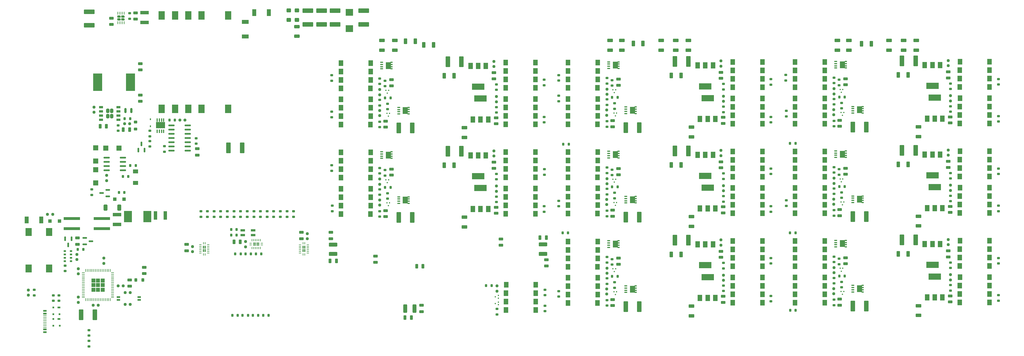
<source format=gtp>
G04 #@! TF.GenerationSoftware,KiCad,Pcbnew,7.0.0*
G04 #@! TF.CreationDate,2023-02-17T23:53:31+01:00*
G04 #@! TF.ProjectId,ELController,454c436f-6e74-4726-9f6c-6c65722e6b69,rev?*
G04 #@! TF.SameCoordinates,Original*
G04 #@! TF.FileFunction,Paste,Top*
G04 #@! TF.FilePolarity,Positive*
%FSLAX46Y46*%
G04 Gerber Fmt 4.6, Leading zero omitted, Abs format (unit mm)*
G04 Created by KiCad (PCBNEW 7.0.0) date 2023-02-17 23:53:31*
%MOMM*%
%LPD*%
G01*
G04 APERTURE LIST*
G04 Aperture macros list*
%AMRoundRect*
0 Rectangle with rounded corners*
0 $1 Rounding radius*
0 $2 $3 $4 $5 $6 $7 $8 $9 X,Y pos of 4 corners*
0 Add a 4 corners polygon primitive as box body*
4,1,4,$2,$3,$4,$5,$6,$7,$8,$9,$2,$3,0*
0 Add four circle primitives for the rounded corners*
1,1,$1+$1,$2,$3*
1,1,$1+$1,$4,$5*
1,1,$1+$1,$6,$7*
1,1,$1+$1,$8,$9*
0 Add four rect primitives between the rounded corners*
20,1,$1+$1,$2,$3,$4,$5,0*
20,1,$1+$1,$4,$5,$6,$7,0*
20,1,$1+$1,$6,$7,$8,$9,0*
20,1,$1+$1,$8,$9,$2,$3,0*%
G04 Aperture macros list end*
%ADD10RoundRect,0.200000X0.450000X-0.400000X0.450000X0.400000X-0.450000X0.400000X-0.450000X-0.400000X0*%
%ADD11RoundRect,0.199999X0.387501X0.700001X-0.387501X0.700001X-0.387501X-0.700001X0.387501X-0.700001X0*%
%ADD12R,0.800000X0.500000*%
%ADD13R,4.900000X0.900000*%
%ADD14RoundRect,0.199999X0.450001X1.450001X-0.450001X1.450001X-0.450001X-1.450001X0.450001X-1.450001X0*%
%ADD15R,1.100000X1.100000*%
%ADD16RoundRect,0.168750X-0.218750X-0.381250X0.218750X-0.381250X0.218750X0.381250X-0.218750X0.381250X0*%
%ADD17RoundRect,0.168750X-0.381250X0.218750X-0.381250X-0.218750X0.381250X-0.218750X0.381250X0.218750X0*%
%ADD18RoundRect,0.150000X0.275000X-0.200000X0.275000X0.200000X-0.275000X0.200000X-0.275000X-0.200000X0*%
%ADD19R,2.200000X2.100000*%
%ADD20RoundRect,0.200000X-0.450000X0.262500X-0.450000X-0.262500X0.450000X-0.262500X0.450000X0.262500X0*%
%ADD21RoundRect,0.200000X-0.325000X-0.650000X0.325000X-0.650000X0.325000X0.650000X-0.325000X0.650000X0*%
%ADD22RoundRect,0.199999X-0.450001X-1.450001X0.450001X-1.450001X0.450001X1.450001X-0.450001X1.450001X0*%
%ADD23RoundRect,0.150000X-0.275000X0.200000X-0.275000X-0.200000X0.275000X-0.200000X0.275000X0.200000X0*%
%ADD24RoundRect,0.200000X-0.475000X0.250000X-0.475000X-0.250000X0.475000X-0.250000X0.475000X0.250000X0*%
%ADD25R,1.420000X1.680000*%
%ADD26RoundRect,0.150000X0.200000X0.275000X-0.200000X0.275000X-0.200000X-0.275000X0.200000X-0.275000X0*%
%ADD27R,0.300000X0.450000*%
%ADD28R,0.400000X0.450000*%
%ADD29RoundRect,0.175000X-0.250000X0.225000X-0.250000X-0.225000X0.250000X-0.225000X0.250000X0.225000X0*%
%ADD30R,1.500000X1.500000*%
%ADD31RoundRect,0.175000X0.250000X-0.225000X0.250000X0.225000X-0.250000X0.225000X-0.250000X-0.225000X0*%
%ADD32RoundRect,0.200000X0.650000X-0.325000X0.650000X0.325000X-0.650000X0.325000X-0.650000X-0.325000X0*%
%ADD33RoundRect,0.200000X0.325000X0.650000X-0.325000X0.650000X-0.325000X-0.650000X0.325000X-0.650000X0*%
%ADD34R,0.890000X0.305000*%
%ADD35R,1.625000X2.135000*%
%ADD36R,0.660000X0.305000*%
%ADD37R,2.000000X1.300000*%
%ADD38RoundRect,0.250000X0.381543X0.381543X-0.381543X0.381543X-0.381543X-0.381543X0.381543X-0.381543X0*%
%ADD39RoundRect,0.000000X0.387500X0.050000X-0.387500X0.050000X-0.387500X-0.050000X0.387500X-0.050000X0*%
%ADD40RoundRect,0.000000X0.050000X0.387500X-0.050000X0.387500X-0.050000X-0.387500X0.050000X-0.387500X0*%
%ADD41RoundRect,0.200000X0.450000X-0.262500X0.450000X0.262500X-0.450000X0.262500X-0.450000X-0.262500X0*%
%ADD42RoundRect,0.200000X-0.650000X0.325000X-0.650000X-0.325000X0.650000X-0.325000X0.650000X0.325000X0*%
%ADD43RoundRect,0.200000X0.475000X-0.250000X0.475000X0.250000X-0.475000X0.250000X-0.475000X-0.250000X0*%
%ADD44R,1.400000X1.900000*%
%ADD45R,3.700000X1.900000*%
%ADD46R,2.800000X5.300000*%
%ADD47RoundRect,0.200000X0.250000X0.475000X-0.250000X0.475000X-0.250000X-0.475000X0.250000X-0.475000X0*%
%ADD48R,1.900000X2.650000*%
%ADD49RoundRect,0.200000X-0.375000X-1.075000X0.375000X-1.075000X0.375000X1.075000X-0.375000X1.075000X0*%
%ADD50RoundRect,0.172500X0.332500X-0.172500X0.332500X0.172500X-0.332500X0.172500X-0.332500X-0.172500X0*%
%ADD51RoundRect,0.012500X0.062500X-0.350000X0.062500X0.350000X-0.062500X0.350000X-0.062500X-0.350000X0*%
%ADD52RoundRect,0.242500X-0.242500X-0.402500X0.242500X-0.402500X0.242500X0.402500X-0.242500X0.402500X0*%
%ADD53R,1.250000X0.650000*%
%ADD54RoundRect,0.100000X-0.587500X-0.150000X0.587500X-0.150000X0.587500X0.150000X-0.587500X0.150000X0*%
%ADD55RoundRect,0.200000X-0.325000X-1.100000X0.325000X-1.100000X0.325000X1.100000X-0.325000X1.100000X0*%
%ADD56R,2.350000X3.400000*%
%ADD57RoundRect,0.200000X1.075000X-0.375000X1.075000X0.375000X-1.075000X0.375000X-1.075000X-0.375000X0*%
%ADD58R,0.350000X0.500000*%
%ADD59R,0.400000X1.000000*%
%ADD60R,2.750000X1.900000*%
%ADD61R,1.100000X0.500000*%
%ADD62R,1.600000X1.200000*%
%ADD63RoundRect,0.199999X1.450001X-0.450001X1.450001X0.450001X-1.450001X0.450001X-1.450001X-0.450001X0*%
%ADD64RoundRect,0.200000X-0.250000X-0.475000X0.250000X-0.475000X0.250000X0.475000X-0.250000X0.475000X0*%
%ADD65R,0.900000X0.600000*%
%ADD66R,0.500000X0.600000*%
%ADD67RoundRect,0.150000X-0.200000X-0.275000X0.200000X-0.275000X0.200000X0.275000X-0.200000X0.275000X0*%
%ADD68RoundRect,0.175000X-0.225000X-0.250000X0.225000X-0.250000X0.225000X0.250000X-0.225000X0.250000X0*%
%ADD69RoundRect,0.175000X0.225000X0.250000X-0.225000X0.250000X-0.225000X-0.250000X0.225000X-0.250000X0*%
%ADD70R,1.300000X2.000000*%
%ADD71RoundRect,0.100000X-0.825000X-0.150000X0.825000X-0.150000X0.825000X0.150000X-0.825000X0.150000X0*%
%ADD72RoundRect,0.200000X-1.100000X0.325000X-1.100000X-0.325000X1.100000X-0.325000X1.100000X0.325000X0*%
%ADD73R,0.450000X0.300000*%
%ADD74R,0.450000X0.400000*%
%ADD75R,1.900000X2.400000*%
%ADD76RoundRect,0.087500X-0.087500X0.337500X-0.087500X-0.337500X0.087500X-0.337500X0.087500X0.337500X0*%
%ADD77RoundRect,0.012500X-0.062500X0.287500X-0.062500X-0.287500X0.062500X-0.287500X0.062500X0.287500X0*%
%ADD78RoundRect,0.012500X-0.287500X-0.062500X0.287500X-0.062500X0.287500X0.062500X-0.287500X0.062500X0*%
%ADD79RoundRect,0.012500X-0.287500X0.062500X-0.287500X-0.062500X0.287500X-0.062500X0.287500X0.062500X0*%
%ADD80RoundRect,0.012500X-0.062500X-0.287500X0.062500X-0.287500X0.062500X0.287500X-0.062500X0.287500X0*%
%ADD81RoundRect,0.012500X0.287500X0.062500X-0.287500X0.062500X-0.287500X-0.062500X0.287500X-0.062500X0*%
%ADD82RoundRect,0.012500X0.287500X-0.062500X0.287500X0.062500X-0.287500X0.062500X-0.287500X-0.062500X0*%
%ADD83RoundRect,0.125000X-0.175000X-0.625000X0.175000X-0.625000X0.175000X0.625000X-0.175000X0.625000X0*%
%ADD84RoundRect,0.100000X0.150000X-0.587500X0.150000X0.587500X-0.150000X0.587500X-0.150000X-0.587500X0*%
%ADD85RoundRect,0.200000X0.625000X-0.312500X0.625000X0.312500X-0.625000X0.312500X-0.625000X-0.312500X0*%
%ADD86RoundRect,0.087500X-0.337500X-0.087500X0.337500X-0.087500X0.337500X0.087500X-0.337500X0.087500X0*%
%ADD87RoundRect,0.012500X0.062500X-0.287500X0.062500X0.287500X-0.062500X0.287500X-0.062500X-0.287500X0*%
%ADD88RoundRect,0.012500X0.062500X0.287500X-0.062500X0.287500X-0.062500X-0.287500X0.062500X-0.287500X0*%
%ADD89RoundRect,0.100000X0.840000X0.150000X-0.840000X0.150000X-0.840000X-0.150000X0.840000X-0.150000X0*%
%ADD90RoundRect,0.168750X0.218750X0.256250X-0.218750X0.256250X-0.218750X-0.256250X0.218750X-0.256250X0*%
%ADD91RoundRect,0.100000X0.587500X0.150000X-0.587500X0.150000X-0.587500X-0.150000X0.587500X-0.150000X0*%
%ADD92RoundRect,0.087500X0.087500X-0.337500X0.087500X0.337500X-0.087500X0.337500X-0.087500X-0.337500X0*%
%ADD93R,1.000000X0.500000*%
%ADD94R,1.000000X0.200000*%
%ADD95R,1.400000X0.800000*%
%ADD96RoundRect,0.100000X-0.150000X0.587500X-0.150000X-0.587500X0.150000X-0.587500X0.150000X0.587500X0*%
%ADD97RoundRect,0.199999X-1.450001X0.450001X-1.450001X-0.450001X1.450001X-0.450001X1.450001X0.450001X0*%
%ADD98RoundRect,0.200000X-1.075000X0.375000X-1.075000X-0.375000X1.075000X-0.375000X1.075000X0.375000X0*%
G04 APERTURE END LIST*
D10*
X94800000Y-16150000D03*
X94800000Y-13250000D03*
X92300000Y-16150000D03*
X92300000Y-13250000D03*
D11*
X36987500Y-72800000D03*
X41212500Y-72800000D03*
D12*
X26649999Y-85899999D03*
X26649999Y-86899999D03*
X26649999Y-87899999D03*
X26649999Y-88899999D03*
X24749999Y-88899999D03*
X24749999Y-87899999D03*
X24749999Y-86899999D03*
X24749999Y-85899999D03*
D13*
X35899999Y-76099999D03*
X35899999Y-79099999D03*
X26899999Y-79099999D03*
X26899999Y-76099999D03*
D14*
X74150000Y-54700000D03*
X78250000Y-54700000D03*
D15*
X39799999Y-70199999D03*
X42599999Y-70199999D03*
D16*
X48262500Y-94600000D03*
X46137500Y-94600000D03*
D17*
X46050000Y-46937500D03*
X46050000Y-49062500D03*
D18*
X64400000Y-53500000D03*
X64400000Y-51850000D03*
D19*
X110599999Y-18749999D03*
X110599999Y-13849999D03*
D20*
X154880000Y-45660000D03*
X154880000Y-47485000D03*
D21*
X196250000Y-23200000D03*
X199200000Y-23200000D03*
D18*
X21250000Y-100905489D03*
X21250000Y-99255489D03*
D22*
X208814275Y-28630000D03*
X212914275Y-28630000D03*
D23*
X237800000Y-88000000D03*
X237800000Y-89650000D03*
X83775480Y-73875000D03*
X83775480Y-75525000D03*
D24*
X44300000Y-94600000D03*
X44300000Y-96500000D03*
D18*
X71750000Y-75525000D03*
X71750000Y-73875000D03*
D23*
X173800000Y-32800000D03*
X173800000Y-34450000D03*
D22*
X277324520Y-55500000D03*
X281424520Y-55500000D03*
D23*
X292000000Y-42175000D03*
X292000000Y-43825000D03*
D25*
X235244754Y-47489999D03*
X235244754Y-44949999D03*
X235244754Y-42409999D03*
X235244754Y-39869999D03*
X226294754Y-39869999D03*
X226234754Y-42409999D03*
X226234754Y-44949999D03*
X226234754Y-47489999D03*
D26*
X76575000Y-81100000D03*
X74925000Y-81100000D03*
D27*
X259449999Y-64099999D03*
X258649999Y-64099999D03*
D28*
X259049999Y-64949999D03*
D25*
X303754999Y-47359999D03*
X303754999Y-44819999D03*
X303754999Y-42279999D03*
X303754999Y-39739999D03*
X294804999Y-39739999D03*
X294744999Y-42279999D03*
X294744999Y-44819999D03*
X294744999Y-47359999D03*
D15*
X23099999Y-76799999D03*
X20299999Y-76799999D03*
D18*
X223489755Y-64105000D03*
X223489755Y-62455000D03*
D29*
X256800000Y-90900000D03*
X256800000Y-92450000D03*
D18*
X155095000Y-105015000D03*
X155095000Y-103365000D03*
D22*
X262500000Y-102500000D03*
X266600000Y-102500000D03*
D18*
X105400000Y-73850000D03*
X105400000Y-72200000D03*
D26*
X123030000Y-39660000D03*
X121380000Y-39660000D03*
D30*
X34094999Y-58744999D03*
X34094999Y-54764999D03*
D31*
X292000000Y-40575000D03*
X292000000Y-39025000D03*
X79250000Y-84600000D03*
X79250000Y-83050000D03*
D27*
X191239999Y-98204999D03*
X190439999Y-98204999D03*
D28*
X190839999Y-99054999D03*
D25*
X245044999Y-82869999D03*
X245044999Y-85409999D03*
X245044999Y-87949999D03*
X245044999Y-90489999D03*
X253994999Y-90489999D03*
X254054999Y-87949999D03*
X254054999Y-85409999D03*
X254054999Y-82869999D03*
D31*
X223490000Y-94705000D03*
X223490000Y-93155000D03*
D23*
X85775480Y-73875000D03*
X85775480Y-75525000D03*
D32*
X212900000Y-25275000D03*
X212900000Y-22325000D03*
D33*
X136000000Y-23700000D03*
X133050000Y-23700000D03*
D34*
X125487499Y-69519999D03*
X125487499Y-70179999D03*
X125487499Y-70839999D03*
X125487499Y-71499999D03*
D35*
X127479999Y-70509999D03*
D36*
X128472499Y-69517499D03*
X128472499Y-70177499D03*
X128472499Y-70842499D03*
X128472499Y-71502499D03*
D34*
X257364999Y-28659999D03*
X257364999Y-29319999D03*
X257364999Y-29979999D03*
X257364999Y-30639999D03*
D35*
X259357499Y-29649999D03*
D36*
X260349999Y-28657499D03*
X260349999Y-29317499D03*
X260349999Y-29982499D03*
X260349999Y-30642499D03*
D25*
X176534754Y-28999999D03*
X176534754Y-31539999D03*
X176534754Y-34079999D03*
X176534754Y-36619999D03*
X185484754Y-36619999D03*
X185544754Y-34079999D03*
X185544754Y-31539999D03*
X185544754Y-28999999D03*
D29*
X188289755Y-64030000D03*
X188289755Y-65580000D03*
D25*
X235244754Y-74489999D03*
X235244754Y-71949999D03*
X235244754Y-69409999D03*
X235244754Y-66869999D03*
X226294754Y-66869999D03*
X226234754Y-69409999D03*
X226234754Y-71949999D03*
X226234754Y-74489999D03*
D37*
X79199999Y-21099999D03*
X79199999Y-16699999D03*
D38*
X36150000Y-97550000D03*
X36150000Y-96150000D03*
X36150000Y-94750000D03*
X34750000Y-97550000D03*
X34750000Y-96150000D03*
X34750000Y-94750000D03*
X33350000Y-97550000D03*
X33350000Y-96150000D03*
X33350000Y-94750000D03*
D39*
X39162500Y-99900000D03*
X39162500Y-99400000D03*
X39162500Y-98900000D03*
X39162500Y-98400000D03*
X39162500Y-97900000D03*
X39162500Y-97400000D03*
X39162500Y-96900000D03*
X39162500Y-96400000D03*
X39162500Y-95900000D03*
X39162500Y-95400000D03*
X39162500Y-94900000D03*
X39162500Y-94400000D03*
X39162500Y-93900000D03*
X39162500Y-93400000D03*
X39162500Y-92900000D03*
X39162500Y-92400000D03*
D40*
X38500000Y-91737500D03*
X38000000Y-91737500D03*
X37500000Y-91737500D03*
X37000000Y-91737500D03*
X36500000Y-91737500D03*
X36000000Y-91737500D03*
X35500000Y-91737500D03*
X35000000Y-91737500D03*
X34500000Y-91737500D03*
X34000000Y-91737500D03*
X33500000Y-91737500D03*
X33000000Y-91737500D03*
X32500000Y-91737500D03*
X32000000Y-91737500D03*
X31500000Y-91737500D03*
X31000000Y-91737500D03*
D39*
X30337500Y-92400000D03*
X30337500Y-92900000D03*
X30337500Y-93400000D03*
X30337500Y-93900000D03*
X30337500Y-94400000D03*
X30337500Y-94900000D03*
X30337500Y-95400000D03*
X30337500Y-95900000D03*
X30337500Y-96400000D03*
X30337500Y-96900000D03*
X30337500Y-97400000D03*
X30337500Y-97900000D03*
X30337500Y-98400000D03*
X30337500Y-98900000D03*
X30337500Y-99400000D03*
X30337500Y-99900000D03*
D40*
X31000000Y-100562500D03*
X31500000Y-100562500D03*
X32000000Y-100562500D03*
X32500000Y-100562500D03*
X33000000Y-100562500D03*
X33500000Y-100562500D03*
X34000000Y-100562500D03*
X34500000Y-100562500D03*
X35000000Y-100562500D03*
X35500000Y-100562500D03*
X36000000Y-100562500D03*
X36500000Y-100562500D03*
X37000000Y-100562500D03*
X37500000Y-100562500D03*
X38000000Y-100562500D03*
X38500000Y-100562500D03*
D41*
X291250000Y-87650000D03*
X291250000Y-85825000D03*
D23*
X292000000Y-96175000D03*
X292000000Y-97825000D03*
D31*
X291250000Y-83950000D03*
X291250000Y-82400000D03*
D26*
X245200000Y-53400000D03*
X243550000Y-53400000D03*
D18*
X15500000Y-99230489D03*
X15500000Y-97580489D03*
D23*
X256800000Y-94000000D03*
X256800000Y-95650000D03*
D18*
X44300000Y-15750000D03*
X44300000Y-14100000D03*
D25*
X176534999Y-93969999D03*
X176534999Y-96509999D03*
X176534999Y-99049999D03*
X176534999Y-101589999D03*
X185484999Y-101589999D03*
X185544999Y-99049999D03*
X185544999Y-96509999D03*
X185544999Y-93969999D03*
X235244999Y-101489999D03*
X235244999Y-98949999D03*
X235244999Y-96409999D03*
X235244999Y-93869999D03*
X226294999Y-93869999D03*
X226234999Y-96409999D03*
X226234999Y-98949999D03*
X226234999Y-101489999D03*
D42*
X213809755Y-75495000D03*
X213809755Y-78445000D03*
D29*
X256750000Y-97200000D03*
X256750000Y-98750000D03*
D42*
X213809755Y-48495000D03*
X213809755Y-51445000D03*
D18*
X54800000Y-55900000D03*
X54800000Y-54250000D03*
D43*
X105000000Y-82150000D03*
X105000000Y-80250000D03*
D29*
X188240000Y-97330000D03*
X188240000Y-98880000D03*
D23*
X119780000Y-67260000D03*
X119780000Y-68910000D03*
D21*
X127525000Y-22600000D03*
X130475000Y-22600000D03*
D22*
X277324520Y-28500000D03*
X281424520Y-28500000D03*
D14*
X33800000Y-105100000D03*
X29700000Y-105100000D03*
D44*
X147879999Y-46159999D03*
X150179999Y-46159999D03*
D45*
X150179999Y-39859999D03*
D44*
X152479999Y-46159999D03*
D18*
X24800000Y-91925000D03*
X24800000Y-90275000D03*
D46*
X34649999Y-34949999D03*
X44549999Y-34949999D03*
D34*
X193997254Y-69389999D03*
X193997254Y-70049999D03*
X193997254Y-70709999D03*
X193997254Y-71369999D03*
D35*
X195989754Y-70379999D03*
D36*
X196982254Y-69387499D03*
X196982254Y-70047499D03*
X196982254Y-70712499D03*
X196982254Y-71372499D03*
D43*
X28600000Y-81950000D03*
X28600000Y-83850000D03*
D31*
X222740000Y-84080000D03*
X222740000Y-82530000D03*
D23*
X223489755Y-42305000D03*
X223489755Y-43955000D03*
D34*
X120344999Y-55919999D03*
X120344999Y-56579999D03*
X120344999Y-57239999D03*
X120344999Y-57899999D03*
D35*
X122337499Y-56909999D03*
D36*
X123329999Y-55917499D03*
X123329999Y-56577499D03*
X123329999Y-57242499D03*
X123329999Y-57902499D03*
D23*
X65775480Y-73875000D03*
X65775480Y-75525000D03*
D21*
X139225000Y-33000000D03*
X142175000Y-33000000D03*
D23*
X105250000Y-43850000D03*
X105250000Y-45500000D03*
D25*
X245044999Y-93839999D03*
X245044999Y-96379999D03*
X245044999Y-98919999D03*
X245044999Y-101459999D03*
X253994999Y-101459999D03*
X254054999Y-98919999D03*
X254054999Y-96379999D03*
X254054999Y-93839999D03*
D24*
X156300000Y-82250000D03*
X156300000Y-84150000D03*
D26*
X245250000Y-103800000D03*
X243600000Y-103800000D03*
D44*
X216389754Y-46029999D03*
X218689754Y-46029999D03*
D45*
X218689754Y-39729999D03*
D44*
X220989754Y-46029999D03*
D43*
X96100000Y-82150000D03*
X96100000Y-80250000D03*
D24*
X64700000Y-55000000D03*
X64700000Y-56900000D03*
D23*
X93775480Y-73875000D03*
X93775480Y-75525000D03*
D47*
X106670000Y-88840000D03*
X104770000Y-88840000D03*
D44*
X147879999Y-73159999D03*
X150179999Y-73159999D03*
D45*
X150179999Y-66859999D03*
D44*
X152479999Y-73159999D03*
D23*
X237800000Y-45400000D03*
X237800000Y-47050000D03*
X237800000Y-99400000D03*
X237800000Y-101050000D03*
D27*
X122729999Y-71334999D03*
X121929999Y-71334999D03*
D28*
X122329999Y-72184999D03*
D48*
X53999999Y-42999999D03*
X57999999Y-42999999D03*
X61999999Y-42999999D03*
X65999999Y-42999999D03*
X73999999Y-42999999D03*
X73999999Y-14799999D03*
X65999999Y-14799999D03*
X61999999Y-14799999D03*
X57999999Y-14799999D03*
X53999999Y-14799999D03*
D18*
X119780000Y-62460000D03*
X119780000Y-60810000D03*
D44*
X284899999Y-45899999D03*
X287199999Y-45899999D03*
D45*
X287199999Y-39599999D03*
D44*
X289499999Y-45899999D03*
D42*
X282320000Y-48365000D03*
X282320000Y-51315000D03*
D18*
X154980000Y-37235000D03*
X154980000Y-35585000D03*
X81775480Y-75525000D03*
X81775480Y-73875000D03*
X256800000Y-48225000D03*
X256800000Y-46575000D03*
D41*
X123280000Y-62985000D03*
X123280000Y-61160000D03*
D21*
X265150000Y-23300000D03*
X268100000Y-23300000D03*
D23*
X169400000Y-34175000D03*
X169400000Y-35825000D03*
D32*
X192800000Y-25275000D03*
X192800000Y-22325000D03*
D26*
X176800000Y-53600000D03*
X175150000Y-53600000D03*
D24*
X38800000Y-15600000D03*
X38800000Y-17500000D03*
D49*
X127475000Y-103225000D03*
X130275000Y-103225000D03*
D23*
X77775480Y-73875000D03*
X77775480Y-75525000D03*
X40800000Y-47950000D03*
X40800000Y-49600000D03*
D25*
X303754999Y-101359999D03*
X303754999Y-98819999D03*
X303754999Y-96279999D03*
X303754999Y-93739999D03*
X294804999Y-93739999D03*
X294744999Y-96279999D03*
X294744999Y-98819999D03*
X294744999Y-101359999D03*
X176534999Y-82999999D03*
X176534999Y-85539999D03*
X176534999Y-88079999D03*
X176534999Y-90619999D03*
X185484999Y-90619999D03*
X185544999Y-88079999D03*
X185544999Y-85539999D03*
X185544999Y-82999999D03*
D26*
X191539755Y-66530000D03*
X189889755Y-66530000D03*
X191539755Y-39530000D03*
X189889755Y-39530000D03*
D23*
X242300000Y-32750000D03*
X242300000Y-34400000D03*
D50*
X41050000Y-15950000D03*
X42300000Y-15950000D03*
X41050000Y-15100000D03*
X42300000Y-15100000D03*
D51*
X40675000Y-16987500D03*
X41175000Y-16987500D03*
X41675000Y-16987500D03*
X42175000Y-16987500D03*
X42675000Y-16987500D03*
X42675000Y-14062500D03*
X42175000Y-14062500D03*
X41675000Y-14062500D03*
X41175000Y-14062500D03*
X40675000Y-14062500D03*
D29*
X188290000Y-91030000D03*
X188290000Y-92580000D03*
D52*
X37700000Y-43600000D03*
X37700000Y-45200000D03*
X38900000Y-43600000D03*
X38900000Y-45200000D03*
D53*
X35674999Y-42494999D03*
X35674999Y-43764999D03*
X35674999Y-45034999D03*
X35674999Y-46304999D03*
X40924999Y-46304999D03*
X40924999Y-45034999D03*
X40924999Y-43764999D03*
X40924999Y-42494999D03*
D20*
X291900000Y-99400000D03*
X291900000Y-101225000D03*
X190040000Y-100530000D03*
X190040000Y-102355000D03*
D18*
X119780000Y-48485000D03*
X119780000Y-46835000D03*
D42*
X145300000Y-75625000D03*
X145300000Y-78575000D03*
D23*
X306400000Y-45150000D03*
X306400000Y-46800000D03*
D54*
X30762500Y-81950000D03*
X30762500Y-83850000D03*
X32637500Y-82900000D03*
D55*
X52125000Y-75100000D03*
X55075000Y-75100000D03*
D56*
X43774999Y-75499999D03*
X49624999Y-75499999D03*
D26*
X80025000Y-105300000D03*
X78375000Y-105300000D03*
D25*
X235244999Y-90489999D03*
X235244999Y-87949999D03*
X235244999Y-85409999D03*
X235244999Y-82869999D03*
X226294999Y-82869999D03*
X226234999Y-85409999D03*
X226234999Y-87949999D03*
X226234999Y-90489999D03*
D57*
X169050000Y-86700000D03*
X169050000Y-83900000D03*
D20*
X223390000Y-99530000D03*
X223390000Y-101355000D03*
D44*
X220289999Y-83867499D03*
X217989999Y-83867499D03*
D45*
X217989999Y-90167499D03*
D44*
X215689999Y-83867499D03*
D26*
X260050000Y-66400000D03*
X258400000Y-66400000D03*
D21*
X276245000Y-32740000D03*
X279195000Y-32740000D03*
D20*
X291900000Y-45400000D03*
X291900000Y-47225000D03*
D26*
X83125000Y-105300000D03*
X81475000Y-105300000D03*
D23*
X292000000Y-69175000D03*
X292000000Y-70825000D03*
D58*
X50599999Y-48199999D03*
X50599999Y-46099999D03*
D59*
X52624999Y-49774999D03*
X53274999Y-49774999D03*
X53924999Y-49774999D03*
X54574999Y-49774999D03*
D60*
X53599999Y-47849999D03*
D59*
X52624999Y-46374999D03*
X53274999Y-46374999D03*
X53924999Y-46374999D03*
X54574999Y-46374999D03*
D44*
X288799999Y-56737499D03*
X286499999Y-56737499D03*
D45*
X286499999Y-63037499D03*
D44*
X284199999Y-56737499D03*
D25*
X166734999Y-74619999D03*
X166734999Y-72079999D03*
X166734999Y-69539999D03*
X166734999Y-66999999D03*
X157784999Y-66999999D03*
X157724999Y-69539999D03*
X157724999Y-72079999D03*
X157724999Y-74619999D03*
D30*
X34094999Y-61354999D03*
X34094999Y-65334999D03*
D41*
X222740000Y-87780000D03*
X222740000Y-85955000D03*
X260300000Y-62725000D03*
X260300000Y-60900000D03*
X291250000Y-60650000D03*
X291250000Y-58825000D03*
D20*
X258550000Y-46400000D03*
X258550000Y-48225000D03*
D61*
X40899999Y-100649999D03*
X47199999Y-100649999D03*
X47199999Y-99749999D03*
X40899999Y-99749999D03*
D62*
X46094999Y-65344999D03*
X46094999Y-61844999D03*
D47*
X44300000Y-49200000D03*
X42400000Y-49200000D03*
D22*
X140304520Y-55760000D03*
X144404520Y-55760000D03*
D27*
X122429999Y-37359999D03*
X121629999Y-37359999D03*
D28*
X122029999Y-38209999D03*
D18*
X73750000Y-75525000D03*
X73750000Y-73875000D03*
D44*
X151779999Y-56997499D03*
X149479999Y-56997499D03*
D45*
X149479999Y-63297499D03*
D44*
X147179999Y-56997499D03*
D31*
X154230000Y-30210000D03*
X154230000Y-28660000D03*
D32*
X277800000Y-25275000D03*
X277800000Y-22325000D03*
D23*
X188290000Y-94130000D03*
X188290000Y-95780000D03*
D27*
X259449999Y-91099999D03*
X258649999Y-91099999D03*
D28*
X259049999Y-91949999D03*
D22*
X193989755Y-48630000D03*
X198089755Y-48630000D03*
D23*
X105250000Y-60000000D03*
X105250000Y-61650000D03*
D41*
X191789755Y-62855000D03*
X191789755Y-61030000D03*
D26*
X86225000Y-105300000D03*
X84575000Y-105300000D03*
D25*
X166849999Y-103689999D03*
X166849999Y-101149999D03*
X166849999Y-98609999D03*
X166849999Y-96069999D03*
X157899999Y-96069999D03*
X157839999Y-98609999D03*
X157839999Y-101149999D03*
X157839999Y-103689999D03*
D23*
X188289755Y-40130000D03*
X188289755Y-41780000D03*
X256800000Y-67000000D03*
X256800000Y-68650000D03*
D32*
X257800000Y-25275000D03*
X257800000Y-22325000D03*
D23*
X122130000Y-68435000D03*
X122130000Y-70085000D03*
D18*
X188290000Y-102355000D03*
X188290000Y-100705000D03*
D42*
X213810000Y-102495000D03*
X213810000Y-105445000D03*
D27*
X190939754Y-64229999D03*
X190139754Y-64229999D03*
D28*
X190539754Y-65079999D03*
D22*
X262500000Y-75500000D03*
X266600000Y-75500000D03*
D63*
X114900000Y-17450000D03*
X114900000Y-13350000D03*
D23*
X119780000Y-40260000D03*
X119780000Y-41910000D03*
D18*
X69775480Y-75525000D03*
X69775480Y-73875000D03*
D23*
X258350000Y-34200000D03*
X258350000Y-35850000D03*
D64*
X35400000Y-48200000D03*
X37300000Y-48200000D03*
D65*
X22999999Y-106405488D03*
D66*
X21299999Y-106405488D03*
X21299999Y-108405488D03*
X23199999Y-108405488D03*
D67*
X56295000Y-46340000D03*
X57945000Y-46340000D03*
D41*
X123280000Y-35985000D03*
X123280000Y-34160000D03*
D25*
X245044999Y-55869999D03*
X245044999Y-58409999D03*
X245044999Y-60949999D03*
X245044999Y-63489999D03*
X253994999Y-63489999D03*
X254054999Y-60949999D03*
X254054999Y-58409999D03*
X254054999Y-55869999D03*
D31*
X292000000Y-94575000D03*
X292000000Y-93025000D03*
D67*
X75275000Y-105300000D03*
X76925000Y-105300000D03*
D27*
X191239754Y-71204999D03*
X190439754Y-71204999D03*
D28*
X190839754Y-72054999D03*
D23*
X258350000Y-61200000D03*
X258350000Y-62850000D03*
X32000000Y-113000000D03*
X32000000Y-114650000D03*
D29*
X188239755Y-70330000D03*
X188239755Y-71880000D03*
D68*
X42950000Y-98400000D03*
X44500000Y-98400000D03*
D42*
X282320000Y-75365000D03*
X282320000Y-78315000D03*
D24*
X132375000Y-102275000D03*
X132375000Y-104175000D03*
D23*
X173750000Y-98000000D03*
X173750000Y-99650000D03*
D69*
X44350000Y-47450000D03*
X42800000Y-47450000D03*
D22*
X208814520Y-82630000D03*
X212914520Y-82630000D03*
D64*
X168100000Y-81800000D03*
X170000000Y-81800000D03*
D44*
X288799999Y-29737499D03*
X286499999Y-29737499D03*
D45*
X286499999Y-36037499D03*
D44*
X284199999Y-29737499D03*
D18*
X188289755Y-75355000D03*
X188289755Y-73705000D03*
D26*
X44450000Y-45950000D03*
X42800000Y-45950000D03*
D23*
X256800000Y-40000000D03*
X256800000Y-41650000D03*
D26*
X77825000Y-86700000D03*
X76175000Y-86700000D03*
D23*
X306400000Y-33975000D03*
X306400000Y-35625000D03*
D31*
X222739755Y-57080000D03*
X222739755Y-55530000D03*
D32*
X204700000Y-25275000D03*
X204700000Y-22325000D03*
D23*
X189839755Y-61330000D03*
X189839755Y-62980000D03*
D21*
X276245000Y-59740000D03*
X279195000Y-59740000D03*
D20*
X121530000Y-73660000D03*
X121530000Y-75485000D03*
D25*
X176534754Y-39969999D03*
X176534754Y-42509999D03*
X176534754Y-45049999D03*
X176534754Y-47589999D03*
X185484754Y-47589999D03*
X185544754Y-45049999D03*
X185544754Y-42509999D03*
X185544754Y-39969999D03*
D31*
X28850000Y-92750000D03*
X28850000Y-91200000D03*
D41*
X154230000Y-60910000D03*
X154230000Y-59085000D03*
D64*
X127400000Y-106000000D03*
X129300000Y-106000000D03*
D23*
X50400000Y-49600000D03*
X50400000Y-51250000D03*
D34*
X257364999Y-82659999D03*
X257364999Y-83319999D03*
X257364999Y-83979999D03*
X257364999Y-84639999D03*
D35*
X259357499Y-83649999D03*
D36*
X260349999Y-82657499D03*
X260349999Y-83317499D03*
X260349999Y-83982499D03*
X260349999Y-84642499D03*
D25*
X303754999Y-90359999D03*
X303754999Y-87819999D03*
X303754999Y-85279999D03*
X303754999Y-82739999D03*
X294804999Y-82739999D03*
X294744999Y-85279999D03*
X294744999Y-87819999D03*
X294744999Y-90359999D03*
D34*
X120344999Y-28919999D03*
X120344999Y-29579999D03*
X120344999Y-30239999D03*
X120344999Y-30899999D03*
D35*
X122337499Y-29909999D03*
D36*
X123329999Y-28917499D03*
X123329999Y-29577499D03*
X123329999Y-30242499D03*
X123329999Y-30902499D03*
D18*
X256800000Y-35200000D03*
X256800000Y-33550000D03*
D32*
X261300000Y-25275000D03*
X261300000Y-22325000D03*
D26*
X260050000Y-93400000D03*
X258400000Y-93400000D03*
D63*
X106300000Y-17450000D03*
X106300000Y-13350000D03*
D31*
X222739755Y-30080000D03*
X222739755Y-28530000D03*
D18*
X23000000Y-100905489D03*
X23000000Y-99255489D03*
D70*
X81899999Y-13899999D03*
X86299999Y-13899999D03*
D24*
X47550000Y-38800000D03*
X47550000Y-40700000D03*
D41*
X291250000Y-33650000D03*
X291250000Y-31825000D03*
D67*
X74925000Y-79350000D03*
X76575000Y-79350000D03*
D65*
X22949999Y-102905488D03*
D66*
X21249999Y-102905488D03*
X21249999Y-104905488D03*
X23149999Y-104905488D03*
D18*
X292000000Y-63975000D03*
X292000000Y-62325000D03*
D44*
X216389754Y-73029999D03*
X218689754Y-73029999D03*
D45*
X218689754Y-66729999D03*
D44*
X220989754Y-73029999D03*
D23*
X237800000Y-61000000D03*
X237800000Y-62650000D03*
D32*
X124300000Y-25250000D03*
X124300000Y-22300000D03*
D23*
X121330000Y-34460000D03*
X121330000Y-36110000D03*
X190640000Y-95305000D03*
X190640000Y-96955000D03*
D22*
X125480000Y-75760000D03*
X129580000Y-75760000D03*
D63*
X102200000Y-17450000D03*
X102200000Y-13350000D03*
D18*
X169600000Y-99200000D03*
X169600000Y-97550000D03*
D20*
X223389755Y-45530000D03*
X223389755Y-47355000D03*
D71*
X56895000Y-48000000D03*
X56895000Y-49270000D03*
X56895000Y-50540000D03*
X56895000Y-51810000D03*
X56895000Y-53080000D03*
X56895000Y-54350000D03*
X56895000Y-55620000D03*
X61845000Y-55620000D03*
X61845000Y-54350000D03*
X61845000Y-53080000D03*
X61845000Y-51810000D03*
X61845000Y-50540000D03*
X61845000Y-49270000D03*
X61845000Y-48000000D03*
D23*
X237800000Y-34000000D03*
X237800000Y-35650000D03*
D20*
X258550000Y-73400000D03*
X258550000Y-75225000D03*
D18*
X188289755Y-62330000D03*
X188289755Y-60680000D03*
X292000000Y-36975000D03*
X292000000Y-35325000D03*
D22*
X140304520Y-28760000D03*
X144404520Y-28760000D03*
D44*
X284899999Y-99899999D03*
X287199999Y-99899999D03*
D45*
X287199999Y-93599999D03*
D44*
X289499999Y-99899999D03*
D72*
X48800000Y-13900000D03*
X48800000Y-16850000D03*
D23*
X169400000Y-72375000D03*
X169400000Y-74025000D03*
D20*
X291900000Y-72400000D03*
X291900000Y-74225000D03*
D23*
X259150000Y-68175000D03*
X259150000Y-69825000D03*
D34*
X193997499Y-96389999D03*
X193997499Y-97049999D03*
X193997499Y-97709999D03*
X193997499Y-98369999D03*
D35*
X195989999Y-97379999D03*
D36*
X196982499Y-96387499D03*
X196982499Y-97047499D03*
X196982499Y-97712499D03*
X196982499Y-98372499D03*
D73*
X155519999Y-102089999D03*
X155519999Y-101289999D03*
D74*
X154669999Y-101689999D03*
D31*
X154980000Y-40835000D03*
X154980000Y-39285000D03*
D23*
X105250000Y-32850000D03*
X105250000Y-34500000D03*
D31*
X63300000Y-86100000D03*
X63300000Y-84550000D03*
D75*
X13799999Y-80155488D03*
X19999999Y-80155488D03*
X13799999Y-91155488D03*
X19999999Y-91155488D03*
D18*
X223489755Y-37105000D03*
X223489755Y-35455000D03*
D41*
X222739755Y-33780000D03*
X222739755Y-31955000D03*
X191789755Y-35855000D03*
X191789755Y-34030000D03*
D31*
X155095000Y-97965000D03*
X155095000Y-96415000D03*
D22*
X208814275Y-55630000D03*
X212914275Y-55630000D03*
D26*
X245200000Y-80400000D03*
X243550000Y-80400000D03*
D27*
X122729999Y-44334999D03*
X121929999Y-44334999D03*
D28*
X122329999Y-45184999D03*
D29*
X119730000Y-70460000D03*
X119730000Y-72010000D03*
D23*
X189840000Y-88330000D03*
X189840000Y-89980000D03*
D25*
X108024999Y-29129999D03*
X108024999Y-31669999D03*
X108024999Y-34209999D03*
X108024999Y-36749999D03*
X116974999Y-36749999D03*
X117034999Y-34209999D03*
X117034999Y-31669999D03*
X117034999Y-29129999D03*
D29*
X188239755Y-43330000D03*
X188239755Y-44880000D03*
D44*
X216389999Y-100029999D03*
X218689999Y-100029999D03*
D45*
X218689999Y-93729999D03*
D44*
X220989999Y-100029999D03*
D18*
X256800000Y-102225000D03*
X256800000Y-100575000D03*
X154980000Y-64235000D03*
X154980000Y-62585000D03*
D43*
X48700000Y-92700000D03*
X48700000Y-90800000D03*
D41*
X191790000Y-89855000D03*
X191790000Y-88030000D03*
D67*
X42270000Y-63345000D03*
X43920000Y-63345000D03*
D44*
X220289754Y-29867499D03*
X217989754Y-29867499D03*
D45*
X217989754Y-36167499D03*
D44*
X215689754Y-29867499D03*
D22*
X277324520Y-82500000D03*
X281424520Y-82500000D03*
D20*
X223389755Y-72530000D03*
X223389755Y-74355000D03*
D41*
X260300000Y-89725000D03*
X260300000Y-87900000D03*
D25*
X235244754Y-63489999D03*
X235244754Y-60949999D03*
X235244754Y-58409999D03*
X235244754Y-55869999D03*
X226294754Y-55869999D03*
X226234754Y-58409999D03*
X226234754Y-60949999D03*
X226234754Y-63489999D03*
D24*
X170000000Y-88500000D03*
X170000000Y-90400000D03*
D31*
X97900000Y-82200000D03*
X97900000Y-80650000D03*
D29*
X188289755Y-37030000D03*
X188289755Y-38580000D03*
D23*
X169480000Y-61200000D03*
X169480000Y-62850000D03*
D72*
X40500000Y-77875000D03*
X40500000Y-74925000D03*
D67*
X41075000Y-68200000D03*
X42725000Y-68200000D03*
D27*
X190939754Y-37229999D03*
X190139754Y-37229999D03*
D28*
X190539754Y-38079999D03*
D23*
X121330000Y-61460000D03*
X121330000Y-63110000D03*
D43*
X118470000Y-89290000D03*
X118470000Y-87390000D03*
D34*
X188854754Y-55789999D03*
X188854754Y-56449999D03*
X188854754Y-57109999D03*
X188854754Y-57769999D03*
D35*
X190847254Y-56779999D03*
D36*
X191839754Y-55787499D03*
X191839754Y-56447499D03*
X191839754Y-57112499D03*
X191839754Y-57772499D03*
D32*
X189300000Y-25275000D03*
X189300000Y-22325000D03*
D25*
X108024999Y-67099999D03*
X108024999Y-69639999D03*
X108024999Y-72179999D03*
X108024999Y-74719999D03*
X116974999Y-74719999D03*
X117034999Y-72179999D03*
X117034999Y-69639999D03*
X117034999Y-67099999D03*
D20*
X154880000Y-72660000D03*
X154880000Y-74485000D03*
D29*
X37345000Y-63070000D03*
X37345000Y-64620000D03*
D32*
X209100000Y-25275000D03*
X209100000Y-22325000D03*
D34*
X193997254Y-42389999D03*
X193997254Y-43049999D03*
X193997254Y-43709999D03*
X193997254Y-44369999D03*
D35*
X195989754Y-43379999D03*
D36*
X196982254Y-42387499D03*
X196982254Y-43047499D03*
X196982254Y-43712499D03*
X196982254Y-44372499D03*
D21*
X207734755Y-32870000D03*
X210684755Y-32870000D03*
D29*
X119780000Y-64160000D03*
X119780000Y-65710000D03*
D25*
X108024999Y-56129999D03*
X108024999Y-58669999D03*
X108024999Y-61209999D03*
X108024999Y-63749999D03*
X116974999Y-63749999D03*
X117034999Y-61209999D03*
X117034999Y-58669999D03*
X117034999Y-56129999D03*
D27*
X259749999Y-44074999D03*
X258949999Y-44074999D03*
D28*
X259349999Y-44924999D03*
D41*
X260300000Y-35725000D03*
X260300000Y-33900000D03*
D25*
X303754999Y-36359999D03*
X303754999Y-33819999D03*
X303754999Y-31279999D03*
X303754999Y-28739999D03*
X294804999Y-28739999D03*
X294744999Y-31279999D03*
X294744999Y-33819999D03*
X294744999Y-36359999D03*
D31*
X154230000Y-57210000D03*
X154230000Y-55660000D03*
D23*
X259150000Y-41175000D03*
X259150000Y-42825000D03*
D32*
X273400000Y-25275000D03*
X273400000Y-22325000D03*
D70*
X17599999Y-76499999D03*
X13199999Y-76499999D03*
D76*
X97150000Y-84750000D03*
X96650000Y-84750000D03*
X97150000Y-85750000D03*
X96650000Y-85750000D03*
D77*
X96650000Y-83562500D03*
D78*
X95715000Y-84000000D03*
X95715000Y-84500000D03*
X95715000Y-85000000D03*
D79*
X95715000Y-85500000D03*
X95715000Y-86000000D03*
X95715000Y-86500000D03*
D80*
X96650000Y-86937500D03*
D77*
X97150000Y-86937500D03*
D81*
X98085000Y-86500000D03*
X98085000Y-86000000D03*
X98085000Y-85500000D03*
D82*
X98085000Y-85000000D03*
X98085000Y-84500000D03*
X98085000Y-84000000D03*
D80*
X97150000Y-83562500D03*
D23*
X190639755Y-68305000D03*
X190639755Y-69955000D03*
D44*
X284899999Y-72899999D03*
X287199999Y-72899999D03*
D45*
X287199999Y-66599999D03*
D44*
X289499999Y-72899999D03*
X151779999Y-29997499D03*
X149479999Y-29997499D03*
D45*
X149479999Y-36297499D03*
D44*
X147179999Y-29997499D03*
D20*
X190039755Y-73530000D03*
X190039755Y-75355000D03*
D21*
X139225000Y-60000000D03*
X142175000Y-60000000D03*
D29*
X28400000Y-86925000D03*
X28400000Y-88475000D03*
D22*
X125480000Y-48760000D03*
X129580000Y-48760000D03*
D34*
X262507499Y-69259999D03*
X262507499Y-69919999D03*
X262507499Y-70579999D03*
X262507499Y-71239999D03*
D35*
X264499999Y-70249999D03*
D36*
X265492499Y-69257499D03*
X265492499Y-69917499D03*
X265492499Y-70582499D03*
X265492499Y-71242499D03*
D18*
X256800000Y-62200000D03*
X256800000Y-60550000D03*
D21*
X207735000Y-86870000D03*
X210685000Y-86870000D03*
D25*
X303754999Y-74359999D03*
X303754999Y-71819999D03*
X303754999Y-69279999D03*
X303754999Y-66739999D03*
X294804999Y-66739999D03*
X294744999Y-69279999D03*
X294744999Y-71819999D03*
X294744999Y-74359999D03*
X176534754Y-66969999D03*
X176534754Y-69509999D03*
X176534754Y-72049999D03*
X176534754Y-74589999D03*
X185484754Y-74589999D03*
X185544754Y-72049999D03*
X185544754Y-69509999D03*
X185544754Y-66969999D03*
D47*
X77700000Y-83100000D03*
X75800000Y-83100000D03*
D25*
X245044999Y-39839999D03*
X245044999Y-42379999D03*
X245044999Y-44919999D03*
X245044999Y-47459999D03*
X253994999Y-47459999D03*
X254054999Y-44919999D03*
X254054999Y-42379999D03*
X254054999Y-39839999D03*
D31*
X291250000Y-56950000D03*
X291250000Y-55400000D03*
D43*
X47550000Y-31200000D03*
X47550000Y-29300000D03*
D42*
X145300000Y-48625000D03*
X145300000Y-51575000D03*
D23*
X306400000Y-72200000D03*
X306400000Y-73850000D03*
D25*
X166734999Y-47619999D03*
X166734999Y-45079999D03*
X166734999Y-42539999D03*
X166734999Y-39999999D03*
X157784999Y-39999999D03*
X157724999Y-42539999D03*
X157724999Y-45079999D03*
X157724999Y-47619999D03*
D24*
X46100000Y-14000000D03*
X46100000Y-15900000D03*
D83*
X43000000Y-43450000D03*
X44800000Y-43450000D03*
D25*
X245044999Y-66839999D03*
X245044999Y-69379999D03*
X245044999Y-71919999D03*
X245044999Y-74459999D03*
X253994999Y-74459999D03*
X254054999Y-71919999D03*
X254054999Y-69379999D03*
X254054999Y-66839999D03*
D34*
X188854754Y-28789999D03*
X188854754Y-29449999D03*
X188854754Y-30109999D03*
X188854754Y-30769999D03*
D35*
X190847254Y-29779999D03*
D36*
X191839754Y-28787499D03*
X191839754Y-29447499D03*
X191839754Y-30112499D03*
X191839754Y-30772499D03*
D47*
X132825000Y-90475000D03*
X130925000Y-90475000D03*
D23*
X258350000Y-88200000D03*
X258350000Y-89850000D03*
X306400000Y-88000000D03*
X306400000Y-89650000D03*
D42*
X282320000Y-102365000D03*
X282320000Y-105315000D03*
D44*
X288799999Y-83737499D03*
X286499999Y-83737499D03*
D45*
X286499999Y-90037499D03*
D44*
X284199999Y-83737499D03*
D67*
X44520000Y-60095000D03*
X46170000Y-60095000D03*
D18*
X67775480Y-75525000D03*
X67775480Y-73875000D03*
D26*
X84025000Y-86700000D03*
X82375000Y-86700000D03*
D31*
X36500000Y-89600000D03*
X36500000Y-88050000D03*
D63*
X98100000Y-17450000D03*
X98100000Y-13350000D03*
D34*
X262507499Y-96259999D03*
X262507499Y-96919999D03*
X262507499Y-97579999D03*
X262507499Y-98239999D03*
D35*
X264499999Y-97249999D03*
D36*
X265492499Y-96257499D03*
X265492499Y-96917499D03*
X265492499Y-97582499D03*
X265492499Y-98242499D03*
D23*
X75775480Y-73875000D03*
X75775480Y-75525000D03*
D18*
X292000000Y-90975000D03*
X292000000Y-89325000D03*
D30*
X41094999Y-54844999D03*
X37114999Y-54844999D03*
D29*
X256800000Y-36900000D03*
X256800000Y-38450000D03*
D31*
X291250000Y-29950000D03*
X291250000Y-28400000D03*
D27*
X259449999Y-37099999D03*
X258649999Y-37099999D03*
D28*
X259049999Y-37949999D03*
D23*
X154980000Y-42435000D03*
X154980000Y-44085000D03*
X79775480Y-73875000D03*
X79775480Y-75525000D03*
D20*
X121530000Y-46660000D03*
X121530000Y-48485000D03*
D29*
X119780000Y-37160000D03*
X119780000Y-38710000D03*
D25*
X166734999Y-63619999D03*
X166734999Y-61079999D03*
X166734999Y-58539999D03*
X166734999Y-55999999D03*
X157784999Y-55999999D03*
X157724999Y-58539999D03*
X157724999Y-61079999D03*
X157724999Y-63619999D03*
D23*
X306400000Y-99200000D03*
X306400000Y-100850000D03*
X87775480Y-73875000D03*
X87775480Y-75525000D03*
X173750000Y-39000000D03*
X173750000Y-40650000D03*
D27*
X190939999Y-91229999D03*
X190139999Y-91229999D03*
D28*
X190539999Y-92079999D03*
D18*
X223490000Y-91105000D03*
X223490000Y-89455000D03*
D34*
X188854999Y-82789999D03*
X188854999Y-83449999D03*
X188854999Y-84109999D03*
X188854999Y-84769999D03*
D35*
X190847499Y-83779999D03*
D36*
X191839999Y-82787499D03*
X191839999Y-83447499D03*
X191839999Y-84112499D03*
X191839999Y-84772499D03*
D29*
X256750000Y-43200000D03*
X256750000Y-44750000D03*
D25*
X235244754Y-36489999D03*
X235244754Y-33949999D03*
X235244754Y-31409999D03*
X235244754Y-28869999D03*
X226294754Y-28869999D03*
X226234754Y-31409999D03*
X226234754Y-33949999D03*
X226234754Y-36489999D03*
D31*
X223489755Y-40705000D03*
X223489755Y-39155000D03*
D23*
X190639755Y-41305000D03*
X190639755Y-42955000D03*
D84*
X46900000Y-55400000D03*
X48800000Y-55400000D03*
X47850000Y-53525000D03*
D31*
X223489755Y-67705000D03*
X223489755Y-66155000D03*
D23*
X89775480Y-73875000D03*
X89775480Y-75525000D03*
D41*
X222739755Y-60780000D03*
X222739755Y-58955000D03*
D23*
X169600000Y-102375000D03*
X169600000Y-104025000D03*
X169400000Y-45400000D03*
X169400000Y-47050000D03*
D29*
X33550000Y-42425000D03*
X33550000Y-43975000D03*
D23*
X242400000Y-43600000D03*
X242400000Y-45250000D03*
D67*
X28675000Y-85400000D03*
X30325000Y-85400000D03*
D26*
X176600000Y-80400000D03*
X174950000Y-80400000D03*
D85*
X94800000Y-21062500D03*
X94800000Y-18137500D03*
D23*
X188289755Y-67130000D03*
X188289755Y-68780000D03*
D44*
X220289754Y-56867499D03*
X217989754Y-56867499D03*
D45*
X217989754Y-63167499D03*
D44*
X215689754Y-56867499D03*
D23*
X154980000Y-69435000D03*
X154980000Y-71085000D03*
D32*
X281600000Y-25275000D03*
X281600000Y-22325000D03*
D23*
X189839755Y-34330000D03*
X189839755Y-35980000D03*
D86*
X82000000Y-83550000D03*
X82000000Y-84050000D03*
X83000000Y-83550000D03*
X83000000Y-84050000D03*
D78*
X80812500Y-84050000D03*
D87*
X81250000Y-84985000D03*
X81750000Y-84985000D03*
X82250000Y-84985000D03*
D80*
X82750000Y-84985000D03*
X83250000Y-84985000D03*
X83750000Y-84985000D03*
D82*
X84187500Y-84050000D03*
D78*
X84187500Y-83550000D03*
D77*
X83750000Y-82615000D03*
X83250000Y-82615000D03*
X82750000Y-82615000D03*
D88*
X82250000Y-82615000D03*
X81750000Y-82615000D03*
X81250000Y-82615000D03*
D82*
X80812500Y-83550000D03*
D23*
X122130000Y-41435000D03*
X122130000Y-43085000D03*
D89*
X42310000Y-61500000D03*
X42310000Y-60230000D03*
X42310000Y-58960000D03*
X42310000Y-57690000D03*
X37380000Y-57690000D03*
X37380000Y-58960000D03*
X37380000Y-60230000D03*
X37380000Y-61500000D03*
D18*
X91775480Y-75525000D03*
X91775480Y-73875000D03*
D73*
X155519999Y-100089999D03*
X155519999Y-99289999D03*
D74*
X154669999Y-99689999D03*
D18*
X188289755Y-35330000D03*
X188289755Y-33680000D03*
X188290000Y-89330000D03*
X188290000Y-87680000D03*
X119780000Y-75485000D03*
X119780000Y-73835000D03*
X119780000Y-35460000D03*
X119780000Y-33810000D03*
D25*
X166734999Y-36619999D03*
X166734999Y-34079999D03*
X166734999Y-31539999D03*
X166734999Y-28999999D03*
X157784999Y-28999999D03*
X157724999Y-31539999D03*
X157724999Y-34079999D03*
X157724999Y-36619999D03*
D34*
X257364999Y-55659999D03*
X257364999Y-56319999D03*
X257364999Y-56979999D03*
X257364999Y-57639999D03*
D35*
X259357499Y-56649999D03*
D36*
X260349999Y-55657499D03*
X260349999Y-56317499D03*
X260349999Y-56982499D03*
X260349999Y-57642499D03*
D21*
X276245000Y-86740000D03*
X279195000Y-86740000D03*
D29*
X256800000Y-63900000D03*
X256800000Y-65450000D03*
X256750000Y-70200000D03*
X256750000Y-71750000D03*
D43*
X61500000Y-85800000D03*
X61500000Y-83900000D03*
D90*
X21087500Y-74800000D03*
X19512500Y-74800000D03*
D32*
X120400000Y-25275000D03*
X120400000Y-22325000D03*
D69*
X60995000Y-46340000D03*
X59445000Y-46340000D03*
D27*
X259749999Y-71074999D03*
X258949999Y-71074999D03*
D28*
X259349999Y-71924999D03*
D26*
X260050000Y-39400000D03*
X258400000Y-39400000D03*
D23*
X306400000Y-61000000D03*
X306400000Y-62650000D03*
D26*
X123030000Y-66660000D03*
X121380000Y-66660000D03*
D91*
X37737500Y-69350000D03*
X37737500Y-67450000D03*
X35862500Y-68400000D03*
D23*
X237800000Y-72350000D03*
X237800000Y-74000000D03*
D92*
X66550000Y-85700000D03*
X67050000Y-85700000D03*
X66550000Y-84700000D03*
X67050000Y-84700000D03*
D87*
X67050000Y-86887500D03*
D81*
X67985000Y-86450000D03*
X67985000Y-85950000D03*
X67985000Y-85450000D03*
D82*
X67985000Y-84950000D03*
X67985000Y-84450000D03*
X67985000Y-83950000D03*
D88*
X67050000Y-83512500D03*
D87*
X66550000Y-83512500D03*
D78*
X65615000Y-83950000D03*
X65615000Y-84450000D03*
X65615000Y-84950000D03*
D79*
X65615000Y-85450000D03*
X65615000Y-85950000D03*
X65615000Y-86450000D03*
D88*
X66550000Y-86887500D03*
D69*
X34850000Y-102200000D03*
X33300000Y-102200000D03*
D93*
X18749999Y-103955488D03*
X18749999Y-104755488D03*
D94*
X18749999Y-105905488D03*
X18749999Y-106905488D03*
X18749999Y-107405488D03*
X18749999Y-108405488D03*
D93*
X18749999Y-109555488D03*
X18749999Y-110355488D03*
X18749999Y-110355488D03*
X18749999Y-109555488D03*
D94*
X18749999Y-108905488D03*
X18749999Y-107905488D03*
X18749999Y-106405488D03*
X18749999Y-105405488D03*
D93*
X18749999Y-104755488D03*
X18749999Y-103955488D03*
D20*
X190039755Y-46530000D03*
X190039755Y-48355000D03*
D31*
X28850000Y-101350000D03*
X28850000Y-99800000D03*
D18*
X256800000Y-75225000D03*
X256800000Y-73575000D03*
D95*
X81549999Y-79649999D03*
X81549999Y-81049999D03*
X78449999Y-79649999D03*
X78449999Y-81049999D03*
D23*
X242400000Y-70600000D03*
X242400000Y-72250000D03*
D27*
X122429999Y-64359999D03*
X121629999Y-64359999D03*
D28*
X122029999Y-65209999D03*
D18*
X32900000Y-68925000D03*
X32900000Y-67275000D03*
X188289755Y-48355000D03*
X188289755Y-46705000D03*
D27*
X259749999Y-98074999D03*
X258949999Y-98074999D03*
D28*
X259349999Y-98924999D03*
D25*
X303754999Y-63359999D03*
X303754999Y-60819999D03*
X303754999Y-58279999D03*
X303754999Y-55739999D03*
X294804999Y-55739999D03*
X294744999Y-58279999D03*
X294744999Y-60819999D03*
X294744999Y-63359999D03*
X245044999Y-28869999D03*
X245044999Y-31409999D03*
X245044999Y-33949999D03*
X245044999Y-36489999D03*
X253994999Y-36489999D03*
X254054999Y-33949999D03*
X254054999Y-31409999D03*
X254054999Y-28869999D03*
D31*
X154980000Y-67835000D03*
X154980000Y-66285000D03*
D23*
X173800000Y-70725000D03*
X173800000Y-72375000D03*
D25*
X108024999Y-40099999D03*
X108024999Y-42639999D03*
X108024999Y-45179999D03*
X108024999Y-47719999D03*
X116974999Y-47719999D03*
X117034999Y-45179999D03*
X117034999Y-42639999D03*
X117034999Y-40099999D03*
D23*
X50400000Y-52700000D03*
X50400000Y-54350000D03*
D96*
X26750000Y-82162500D03*
X24850000Y-82162500D03*
X25800000Y-84037500D03*
D41*
X154230000Y-33910000D03*
X154230000Y-32085000D03*
D29*
X119730000Y-43460000D03*
X119730000Y-45010000D03*
D67*
X151850000Y-96350000D03*
X153500000Y-96350000D03*
D22*
X193989755Y-75630000D03*
X198089755Y-75630000D03*
X262500000Y-48500000D03*
X266600000Y-48500000D03*
D34*
X262507499Y-42259999D03*
X262507499Y-42919999D03*
X262507499Y-43579999D03*
X262507499Y-44239999D03*
D35*
X264499999Y-43249999D03*
D36*
X265492499Y-42257499D03*
X265492499Y-42917499D03*
X265492499Y-43582499D03*
X265492499Y-44242499D03*
D23*
X259150000Y-95175000D03*
X259150000Y-96825000D03*
D21*
X207734755Y-59870000D03*
X210684755Y-59870000D03*
D26*
X191540000Y-93530000D03*
X189890000Y-93530000D03*
D20*
X258550000Y-100400000D03*
X258550000Y-102225000D03*
D68*
X42950000Y-102000000D03*
X44500000Y-102000000D03*
D26*
X80925000Y-86700000D03*
X79275000Y-86700000D03*
D97*
X32100000Y-13650000D03*
X32100000Y-17750000D03*
D31*
X13750000Y-99180489D03*
X13750000Y-97630489D03*
D23*
X223489755Y-69305000D03*
X223489755Y-70955000D03*
D34*
X125487499Y-42519999D03*
X125487499Y-43179999D03*
X125487499Y-43839999D03*
X125487499Y-44499999D03*
D35*
X127479999Y-43509999D03*
D36*
X128472499Y-42517499D03*
X128472499Y-43177499D03*
X128472499Y-43842499D03*
X128472499Y-44502499D03*
D18*
X256800000Y-89200000D03*
X256800000Y-87550000D03*
D23*
X223490000Y-96305000D03*
X223490000Y-97955000D03*
D27*
X191239754Y-44204999D03*
X190439754Y-44204999D03*
D28*
X190839754Y-45054999D03*
D98*
X105720000Y-83940000D03*
X105720000Y-86740000D03*
D31*
X292000000Y-67575000D03*
X292000000Y-66025000D03*
D25*
X176534754Y-55999999D03*
X176534754Y-58539999D03*
X176534754Y-61079999D03*
X176534754Y-63619999D03*
X185484754Y-63619999D03*
X185544754Y-61079999D03*
X185544754Y-58539999D03*
X185544754Y-55999999D03*
D22*
X193990000Y-102630000D03*
X198090000Y-102630000D03*
D68*
X40800000Y-96400000D03*
X42350000Y-96400000D03*
D23*
X32000000Y-109750000D03*
X32000000Y-111400000D03*
M02*

</source>
